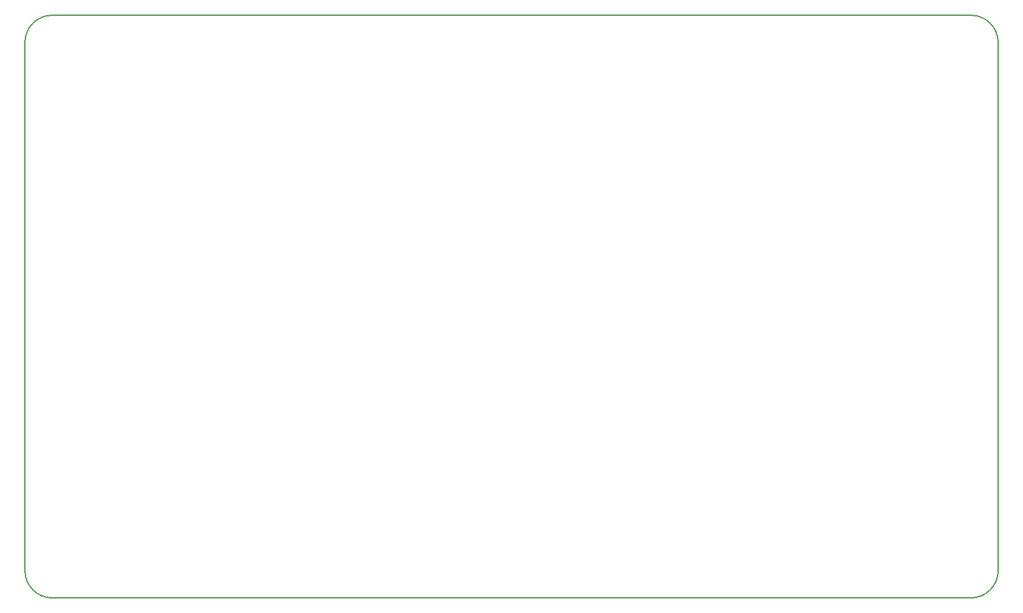
<source format=gbr>
G04 #@! TF.FileFunction,Profile,NP*
%FSLAX46Y46*%
G04 Gerber Fmt 4.6, Leading zero omitted, Abs format (unit mm)*
G04 Created by KiCad (PCBNEW 4.0.6) date 05/11/17 15:04:23*
%MOMM*%
%LPD*%
G01*
G04 APERTURE LIST*
%ADD10C,0.100000*%
%ADD11C,0.150000*%
G04 APERTURE END LIST*
D10*
D11*
X209550000Y-81280000D02*
G75*
G03X205740000Y-77470000I-3810000J0D01*
G01*
X205740000Y-158750000D02*
G75*
G03X209550000Y-154940000I0J3810000D01*
G01*
X73660000Y-154940000D02*
G75*
G03X77470000Y-158750000I3810000J0D01*
G01*
X77470000Y-77470000D02*
G75*
G03X73660000Y-81280000I0J-3810000D01*
G01*
X73660000Y-154940000D02*
X73660000Y-81280000D01*
X205740000Y-158750000D02*
X77470000Y-158750000D01*
X209550000Y-81280000D02*
X209550000Y-154940000D01*
X77470000Y-77470000D02*
X205740000Y-77470000D01*
M02*

</source>
